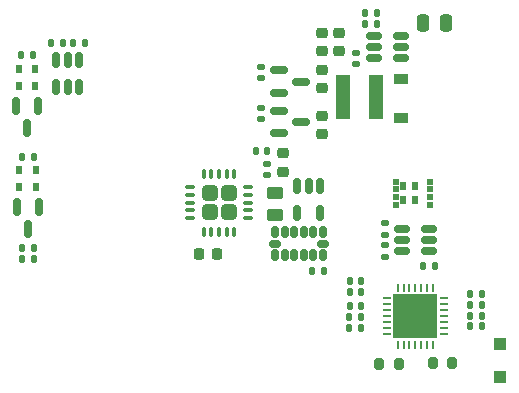
<source format=gbp>
%TF.GenerationSoftware,KiCad,Pcbnew,(6.0.6)*%
%TF.CreationDate,2022-08-02T13:49:19+08:00*%
%TF.ProjectId,Stealthburner_Toolhead_PCB,53746561-6c74-4686-9275-726e65725f54,rev?*%
%TF.SameCoordinates,Original*%
%TF.FileFunction,Paste,Bot*%
%TF.FilePolarity,Positive*%
%FSLAX46Y46*%
G04 Gerber Fmt 4.6, Leading zero omitted, Abs format (unit mm)*
G04 Created by KiCad (PCBNEW (6.0.6)) date 2022-08-02 13:49:19*
%MOMM*%
%LPD*%
G01*
G04 APERTURE LIST*
G04 Aperture macros list*
%AMRoundRect*
0 Rectangle with rounded corners*
0 $1 Rounding radius*
0 $2 $3 $4 $5 $6 $7 $8 $9 X,Y pos of 4 corners*
0 Add a 4 corners polygon primitive as box body*
4,1,4,$2,$3,$4,$5,$6,$7,$8,$9,$2,$3,0*
0 Add four circle primitives for the rounded corners*
1,1,$1+$1,$2,$3*
1,1,$1+$1,$4,$5*
1,1,$1+$1,$6,$7*
1,1,$1+$1,$8,$9*
0 Add four rect primitives between the rounded corners*
20,1,$1+$1,$2,$3,$4,$5,0*
20,1,$1+$1,$4,$5,$6,$7,0*
20,1,$1+$1,$6,$7,$8,$9,0*
20,1,$1+$1,$8,$9,$2,$3,0*%
G04 Aperture macros list end*
%ADD10RoundRect,0.225000X0.250000X-0.225000X0.250000X0.225000X-0.250000X0.225000X-0.250000X-0.225000X0*%
%ADD11RoundRect,0.225000X-0.250000X0.225000X-0.250000X-0.225000X0.250000X-0.225000X0.250000X0.225000X0*%
%ADD12RoundRect,0.150000X-0.512500X-0.150000X0.512500X-0.150000X0.512500X0.150000X-0.512500X0.150000X0*%
%ADD13RoundRect,0.250000X0.405000X0.405000X-0.405000X0.405000X-0.405000X-0.405000X0.405000X-0.405000X0*%
%ADD14RoundRect,0.075000X0.337500X0.075000X-0.337500X0.075000X-0.337500X-0.075000X0.337500X-0.075000X0*%
%ADD15RoundRect,0.075000X0.075000X0.337500X-0.075000X0.337500X-0.075000X-0.337500X0.075000X-0.337500X0*%
%ADD16RoundRect,0.135000X0.135000X0.185000X-0.135000X0.185000X-0.135000X-0.185000X0.135000X-0.185000X0*%
%ADD17RoundRect,0.135000X-0.135000X-0.185000X0.135000X-0.185000X0.135000X0.185000X-0.135000X0.185000X0*%
%ADD18RoundRect,0.140000X0.140000X0.170000X-0.140000X0.170000X-0.140000X-0.170000X0.140000X-0.170000X0*%
%ADD19RoundRect,0.150000X-0.150000X0.587500X-0.150000X-0.587500X0.150000X-0.587500X0.150000X0.587500X0*%
%ADD20RoundRect,0.150000X-0.587500X-0.150000X0.587500X-0.150000X0.587500X0.150000X-0.587500X0.150000X0*%
%ADD21RoundRect,0.140000X0.170000X-0.140000X0.170000X0.140000X-0.170000X0.140000X-0.170000X-0.140000X0*%
%ADD22RoundRect,0.140000X-0.140000X-0.170000X0.140000X-0.170000X0.140000X0.170000X-0.140000X0.170000X0*%
%ADD23R,0.570000X0.738000*%
%ADD24R,0.630000X0.500000*%
%ADD25R,0.630000X0.505000*%
%ADD26R,0.600000X0.700000*%
%ADD27RoundRect,0.250000X-0.450000X0.262500X-0.450000X-0.262500X0.450000X-0.262500X0.450000X0.262500X0*%
%ADD28RoundRect,0.200000X-0.200000X-0.275000X0.200000X-0.275000X0.200000X0.275000X-0.200000X0.275000X0*%
%ADD29RoundRect,0.200000X0.200000X0.275000X-0.200000X0.275000X-0.200000X-0.275000X0.200000X-0.275000X0*%
%ADD30RoundRect,0.150000X-0.150000X0.512500X-0.150000X-0.512500X0.150000X-0.512500X0.150000X0.512500X0*%
%ADD31R,1.200000X0.900000*%
%ADD32R,1.200000X3.700000*%
%ADD33RoundRect,0.140000X-0.170000X0.140000X-0.170000X-0.140000X0.170000X-0.140000X0.170000X0.140000X0*%
%ADD34R,0.762000X0.254000*%
%ADD35R,0.254000X0.762000*%
%ADD36R,3.800000X3.800000*%
%ADD37RoundRect,0.150000X0.150000X-0.325000X0.150000X0.325000X-0.150000X0.325000X-0.150000X-0.325000X0*%
%ADD38RoundRect,0.150000X0.325000X-0.150000X0.325000X0.150000X-0.325000X0.150000X-0.325000X-0.150000X0*%
%ADD39RoundRect,0.218750X-0.256250X0.218750X-0.256250X-0.218750X0.256250X-0.218750X0.256250X0.218750X0*%
%ADD40RoundRect,0.250000X-0.250000X-0.475000X0.250000X-0.475000X0.250000X0.475000X-0.250000X0.475000X0*%
%ADD41RoundRect,0.135000X-0.185000X0.135000X-0.185000X-0.135000X0.185000X-0.135000X0.185000X0.135000X0*%
%ADD42RoundRect,0.225000X0.225000X0.250000X-0.225000X0.250000X-0.225000X-0.250000X0.225000X-0.250000X0*%
%ADD43R,1.100000X1.100000*%
%ADD44RoundRect,0.135000X0.185000X-0.135000X0.185000X0.135000X-0.185000X0.135000X-0.185000X-0.135000X0*%
G04 APERTURE END LIST*
D10*
%TO.C,C12*%
X130403600Y-101829200D03*
X130403600Y-100279200D03*
%TD*%
D11*
%TO.C,C5*%
X130454400Y-107276600D03*
X130454400Y-108826600D03*
%TD*%
D12*
%TO.C,U1*%
X134831700Y-102397600D03*
X134831700Y-101447600D03*
X134831700Y-100497600D03*
X137106700Y-100497600D03*
X137106700Y-101447600D03*
X137106700Y-102397600D03*
%TD*%
D13*
%TO.C,U13*%
X122526800Y-115465600D03*
X120906800Y-115465600D03*
X122526800Y-113845600D03*
X120906800Y-113845600D03*
D14*
X124154300Y-113355600D03*
X124154300Y-114005600D03*
X124154300Y-114655600D03*
X124154300Y-115305600D03*
X124154300Y-115955600D03*
D15*
X123016800Y-117093100D03*
X122366800Y-117093100D03*
X121716800Y-117093100D03*
X121066800Y-117093100D03*
X120416800Y-117093100D03*
D14*
X119279300Y-115955600D03*
X119279300Y-115305600D03*
X119279300Y-114655600D03*
X119279300Y-114005600D03*
X119279300Y-113355600D03*
D15*
X120416800Y-112218100D03*
X121066800Y-112218100D03*
X121716800Y-112218100D03*
X122366800Y-112218100D03*
X123016800Y-112218100D03*
%TD*%
D16*
%TO.C,R25*%
X143969200Y-124206000D03*
X142949200Y-124206000D03*
%TD*%
D17*
%TO.C,R13*%
X107465400Y-101117400D03*
X108485400Y-101117400D03*
%TD*%
D18*
%TO.C,C27*%
X143937200Y-123291600D03*
X142977200Y-123291600D03*
%TD*%
D17*
%TO.C,R28*%
X132738400Y-124307600D03*
X133758400Y-124307600D03*
%TD*%
D10*
%TO.C,C10*%
X131876800Y-101829200D03*
X131876800Y-100279200D03*
%TD*%
%TO.C,C6*%
X130454400Y-104965800D03*
X130454400Y-103415800D03*
%TD*%
D19*
%TO.C,Q1*%
X104561600Y-114988100D03*
X106461600Y-114988100D03*
X105511600Y-116863100D03*
%TD*%
D18*
%TO.C,C34*%
X133728400Y-123393200D03*
X132768400Y-123393200D03*
%TD*%
D20*
%TO.C,U3*%
X126773700Y-105344000D03*
X126773700Y-103444000D03*
X128648700Y-104394000D03*
%TD*%
D21*
%TO.C,C31*%
X125730000Y-112290800D03*
X125730000Y-111330800D03*
%TD*%
D22*
%TO.C,C35*%
X129618800Y-120446800D03*
X130578800Y-120446800D03*
%TD*%
D19*
%TO.C,Q2*%
X104510800Y-106453700D03*
X106410800Y-106453700D03*
X105460800Y-108328700D03*
%TD*%
D23*
%TO.C,Q3*%
X138262400Y-114452400D03*
D24*
X136732400Y-113512400D03*
X136732400Y-114172400D03*
D23*
X137312400Y-114452400D03*
X137312400Y-113232400D03*
D25*
X136732400Y-112869900D03*
X136732400Y-114814900D03*
D23*
X138262400Y-113232400D03*
D24*
X139612400Y-112872400D03*
X139612400Y-113512400D03*
X139612400Y-114172400D03*
X139612400Y-114812400D03*
%TD*%
D26*
%TO.C,D3*%
X106211600Y-113309400D03*
X104811600Y-113309400D03*
%TD*%
%TO.C,D6*%
X106160800Y-103352600D03*
X104760800Y-103352600D03*
%TD*%
D27*
%TO.C,R31*%
X126441200Y-113844700D03*
X126441200Y-115669700D03*
%TD*%
D28*
%TO.C,R29*%
X139789400Y-128219200D03*
X141439400Y-128219200D03*
%TD*%
D18*
%TO.C,C33*%
X133728400Y-122224800D03*
X132768400Y-122224800D03*
%TD*%
D29*
%TO.C,R30*%
X136918200Y-128270000D03*
X135268200Y-128270000D03*
%TD*%
D16*
%TO.C,R20*%
X105970800Y-102184200D03*
X104950800Y-102184200D03*
%TD*%
D17*
%TO.C,R2*%
X134059200Y-99517200D03*
X135079200Y-99517200D03*
%TD*%
D22*
%TO.C,C28*%
X132768400Y-121310400D03*
X133728400Y-121310400D03*
%TD*%
D30*
%TO.C,U11*%
X128336000Y-113213300D03*
X129286000Y-113213300D03*
X130236000Y-113213300D03*
X130236000Y-115488300D03*
X128336000Y-115488300D03*
%TD*%
D31*
%TO.C,D1*%
X137086800Y-104166400D03*
X137086800Y-107466400D03*
%TD*%
D32*
%TO.C,L1*%
X134981600Y-105714800D03*
X132181600Y-105714800D03*
%TD*%
D22*
%TO.C,C25*%
X139016800Y-119989600D03*
X139976800Y-119989600D03*
%TD*%
D33*
%TO.C,C9*%
X125272800Y-103152000D03*
X125272800Y-104112000D03*
%TD*%
D16*
%TO.C,R27*%
X143967200Y-122377200D03*
X142947200Y-122377200D03*
%TD*%
D33*
%TO.C,C8*%
X125222000Y-106606400D03*
X125222000Y-107566400D03*
%TD*%
D16*
%TO.C,R16*%
X106021600Y-110744000D03*
X105001600Y-110744000D03*
%TD*%
D34*
%TO.C,U12*%
X135902700Y-125756800D03*
X135902700Y-125256801D03*
X135902700Y-124756799D03*
X135902700Y-124256800D03*
X135902700Y-123756801D03*
X135902700Y-123256799D03*
X135902700Y-122756800D03*
D35*
X136828400Y-121831100D03*
X137328399Y-121831100D03*
X137828401Y-121831100D03*
X138328400Y-121831100D03*
X138828399Y-121831100D03*
X139328401Y-121831100D03*
X139828400Y-121831100D03*
D34*
X140754100Y-122756800D03*
X140754100Y-123256799D03*
X140754100Y-123756801D03*
X140754100Y-124256800D03*
X140754100Y-124756799D03*
X140754100Y-125256801D03*
X140754100Y-125756800D03*
D35*
X139828400Y-126682500D03*
X139328401Y-126682500D03*
X138828399Y-126682500D03*
X138328400Y-126682500D03*
X137828401Y-126682500D03*
X137328399Y-126682500D03*
X136828400Y-126682500D03*
D36*
X138328400Y-124256800D03*
%TD*%
D16*
%TO.C,R22*%
X106021600Y-119430800D03*
X105001600Y-119430800D03*
%TD*%
D37*
%TO.C,U14*%
X130473200Y-119110000D03*
X129673200Y-119110000D03*
X128873200Y-119110000D03*
X128073200Y-119110000D03*
X127273200Y-119110000D03*
X126473200Y-119110000D03*
D38*
X126473200Y-118110000D03*
D37*
X126473200Y-117110000D03*
X127273200Y-117110000D03*
X128073200Y-117110000D03*
X128873200Y-117110000D03*
X129673200Y-117110000D03*
X130473200Y-117110000D03*
D38*
X130473200Y-118110000D03*
%TD*%
D16*
%TO.C,R3*%
X135079200Y-98552000D03*
X134059200Y-98552000D03*
%TD*%
D26*
%TO.C,D5*%
X106160800Y-104749600D03*
X104760800Y-104749600D03*
%TD*%
D39*
%TO.C,FB1*%
X127101600Y-110464500D03*
X127101600Y-112039500D03*
%TD*%
D40*
%TO.C,C1*%
X139004000Y-99415600D03*
X140904000Y-99415600D03*
%TD*%
D16*
%TO.C,R23*%
X106021600Y-118465600D03*
X105001600Y-118465600D03*
%TD*%
D18*
%TO.C,C30*%
X125803600Y-110236000D03*
X124843600Y-110236000D03*
%TD*%
D41*
%TO.C,R19*%
X135737600Y-116380800D03*
X135737600Y-117400800D03*
%TD*%
D16*
%TO.C,R26*%
X143969200Y-125120400D03*
X142949200Y-125120400D03*
%TD*%
D20*
%TO.C,U2*%
X126773700Y-108747600D03*
X126773700Y-106847600D03*
X128648700Y-107797600D03*
%TD*%
D16*
%TO.C,R18*%
X110339600Y-101117400D03*
X109319600Y-101117400D03*
%TD*%
D30*
%TO.C,U6*%
X107939800Y-102545300D03*
X108889800Y-102545300D03*
X109839800Y-102545300D03*
X109839800Y-104820300D03*
X108889800Y-104820300D03*
X107939800Y-104820300D03*
%TD*%
D42*
%TO.C,C36*%
X121577400Y-119024400D03*
X120027400Y-119024400D03*
%TD*%
D43*
%TO.C,D7*%
X145491200Y-126616000D03*
X145491200Y-129416000D03*
%TD*%
D17*
%TO.C,R24*%
X132738400Y-125222000D03*
X133758400Y-125222000D03*
%TD*%
D44*
%TO.C,R17*%
X135737600Y-119280400D03*
X135737600Y-118260400D03*
%TD*%
D12*
%TO.C,U8*%
X137190900Y-118755200D03*
X137190900Y-117805200D03*
X137190900Y-116855200D03*
X139465900Y-116855200D03*
X139465900Y-117805200D03*
X139465900Y-118755200D03*
%TD*%
D21*
%TO.C,C7*%
X133299200Y-102892800D03*
X133299200Y-101932800D03*
%TD*%
D26*
%TO.C,D4*%
X106211600Y-111912400D03*
X104811600Y-111912400D03*
%TD*%
M02*

</source>
